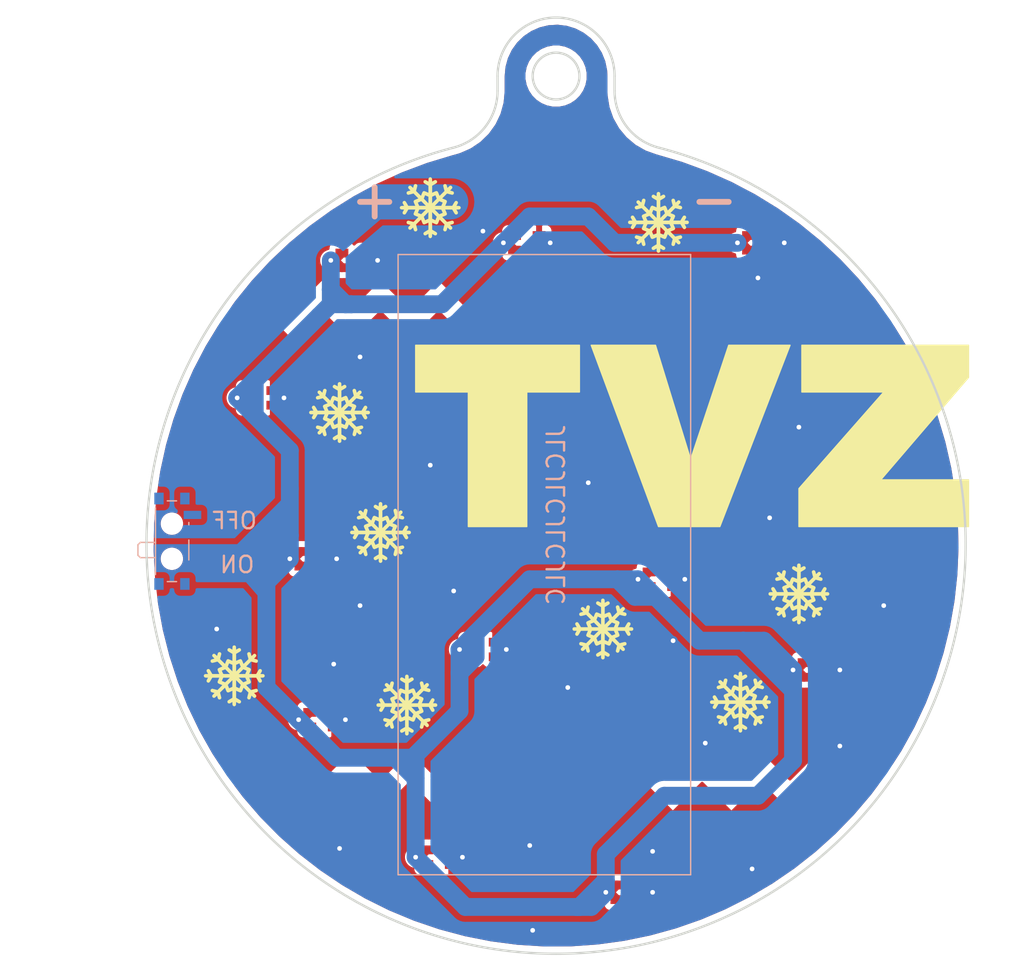
<source format=kicad_pcb>
(kicad_pcb (version 20171130) (host pcbnew "(5.1.10)-1")
  (layers (0 F.Cu signal) (31 B.Cu signal) (34 B.Paste user) (35 F.Paste user) (36 B.SilkS user) (37 F.SilkS user) (38 B.Mask user) (39 F.Mask user) (44 Edge.Cuts user))
  (net 0 "")
  (net 1 "Net-(D1-Pad1)")
  (net 2 "Net-(SW1-Pad3)")
  (net 3 VCC)
  (net 4 GND)
  (module TVZ_kuglica:ukras1 (layer F.Cu) (at 145.75 72.5)
    (fp_text reference G*** hide)
    (fp_text value LOGO hide)
  )
  (module TVZ_kuglica:ukras3 (layer F.Cu) (at 137 68.75)
    (fp_text reference G*** hide)
    (fp_text value LOGO hide)
  )
  (module TVZ_kuglica:ukras1 (layer F.Cu) (at 152.75 113.5)
    (fp_text reference G*** hide)
    (fp_text value LOGO hide)
  )
  (module TVZ_kuglica:ukras1 (layer F.Cu) (at 157.75 104.25)
    (fp_text reference G*** hide)
    (fp_text value LOGO hide)
  )
  (module TVZ_kuglica:ukras1 (layer F.Cu) (at 141 107.25)
    (fp_text reference G*** hide)
    (fp_text value LOGO hide)
  )
  (module TVZ_kuglica:ukras1 (layer F.Cu) (at 124.25 113.75)
    (fp_text reference G*** hide)
    (fp_text value LOGO hide)
  )
  (module TVZ_kuglica:ukras1 (layer F.Cu) (at 109.5 111.25)
    (fp_text reference G*** hide)
    (fp_text value LOGO hide)
  )
  (module TVZ_kuglica:ukras1 (layer F.Cu) (at 122 99)
    (fp_text reference G*** hide)
    (fp_text value LOGO hide)
  )
  (module TVZ_kuglica:ukras1 (layer F.Cu) (at 118.5 88.75)
    (fp_text reference G*** hide)
    (fp_text value LOGO hide)
  )
  (module TVZ_kuglica:ukras1 (layer F.Cu) (at 126.25 71.25)
    (fp_text reference G*** hide)
    (fp_text value LOGO hide)
  )
  (module TVZ_kuglica:BAT-2xAAA-horizontalni_padovi (layer B.Cu) (at 136.5 101.75)
    (fp_text reference BT1 hide)
    (fp_text value 2xAAA)
    (pad 1 smd oval (at -10 -31 90) (size 3 6) (layers B.Cu B.Paste B.Mask) (net 3 VCC))
    (pad 2 smd oval (at 9 -31 270) (size 3 6) (layers B.Cu B.Paste B.Mask) (net 4 GND))
  )
  (module Button_Switch_SMD:SW_SPDT_PCM12 (layer B.Cu) (at 104.5 99.75 90)
    (fp_text reference SW1 hide)
    (fp_text value SW_SPDT)
    (pad "" np_thru_hole circle (at -1.5 -0.33 90) (size 0.9 0.9) (drill 0.9) (layers *.Cu *.Mask))
    (pad "" np_thru_hole circle (at 1.5 -0.33 90) (size 0.9 0.9) (drill 0.9) (layers *.Cu *.Mask))
    (pad 1 smd rect (at -2.25 1.43 90) (size 0.7 1.5) (layers B.Cu B.Paste B.Mask) (net 1 "Net-(D1-Pad1)"))
    (pad 2 smd rect (at 0.75 1.43 90) (size 0.7 1.5) (layers B.Cu B.Paste B.Mask) (net 3 VCC))
    (pad 3 smd rect (at 2.25 1.43 90) (size 0.7 1.5) (layers B.Cu B.Paste B.Mask) (net 2 "Net-(SW1-Pad3)"))
    (pad "" smd rect (at -3.65 -1.43 90) (size 1 0.8) (layers B.Cu B.Paste B.Mask))
    (pad "" smd rect (at 3.65 -1.43 90) (size 1 0.8) (layers B.Cu B.Paste B.Mask))
    (pad "" smd rect (at 3.65 0.78 90) (size 1 0.8) (layers B.Cu B.Paste B.Mask))
    (pad "" smd rect (at -3.65 0.78 90) (size 1 0.8) (layers B.Cu B.Paste B.Mask))
  )
  (module TVZ_kuglica:LED-0807 (layer F.Cu) (at 111.75 87.5)
    (fp_text reference D1 hide)
    (fp_text value RGB)
    (pad 1 smd rect (at -1.05 -0.625) (size 1.1 0.75) (layers F.Cu F.Paste F.Mask) (net 1 "Net-(D1-Pad1)"))
    (pad 2 smd rect (at 1.05 -0.625) (size 1.1 0.75) (layers F.Cu F.Paste F.Mask) (net 4 GND))
    (pad 1 smd rect (at -1.05 0.625) (size 1.1 0.75) (layers F.Cu F.Paste F.Mask) (net 1 "Net-(D1-Pad1)"))
    (pad 2 smd rect (at 1.05 0.625) (size 1.1 0.75) (layers F.Cu F.Paste F.Mask) (net 4 GND))
  )
  (module TVZ_kuglica:LED-0807 (layer F.Cu) (at 119.75 75.75)
    (fp_text reference D2 hide)
    (fp_text value RGB)
    (pad 2 smd rect (at 1.05 0.625) (size 1.1 0.75) (layers F.Cu F.Paste F.Mask) (net 4 GND))
    (pad 1 smd rect (at -1.05 0.625) (size 1.1 0.75) (layers F.Cu F.Paste F.Mask) (net 1 "Net-(D1-Pad1)"))
    (pad 2 smd rect (at 1.05 -0.625) (size 1.1 0.75) (layers F.Cu F.Paste F.Mask) (net 4 GND))
    (pad 1 smd rect (at -1.05 -0.625) (size 1.1 0.75) (layers F.Cu F.Paste F.Mask) (net 1 "Net-(D1-Pad1)"))
  )
  (module TVZ_kuglica:LED-0807 (layer F.Cu) (at 154.5 74.25)
    (fp_text reference D3 hide)
    (fp_text value RGB)
    (pad 1 smd rect (at -1.05 -0.625) (size 1.1 0.75) (layers F.Cu F.Paste F.Mask) (net 1 "Net-(D1-Pad1)"))
    (pad 2 smd rect (at 1.05 -0.625) (size 1.1 0.75) (layers F.Cu F.Paste F.Mask) (net 4 GND))
    (pad 1 smd rect (at -1.05 0.625) (size 1.1 0.75) (layers F.Cu F.Paste F.Mask) (net 1 "Net-(D1-Pad1)"))
    (pad 2 smd rect (at 1.05 0.625) (size 1.1 0.75) (layers F.Cu F.Paste F.Mask) (net 4 GND))
  )
  (module TVZ_kuglica:LED-0807 (layer F.Cu) (at 130.75 109)
    (fp_text reference D4 hide)
    (fp_text value RGB)
    (pad 2 smd rect (at 1.05 0.625) (size 1.1 0.75) (layers F.Cu F.Paste F.Mask) (net 4 GND))
    (pad 1 smd rect (at -1.05 0.625) (size 1.1 0.75) (layers F.Cu F.Paste F.Mask) (net 1 "Net-(D1-Pad1)"))
    (pad 2 smd rect (at 1.05 -0.625) (size 1.1 0.75) (layers F.Cu F.Paste F.Mask) (net 4 GND))
    (pad 1 smd rect (at -1.05 -0.625) (size 1.1 0.75) (layers F.Cu F.Paste F.Mask) (net 1 "Net-(D1-Pad1)"))
  )
  (module TVZ_kuglica:LED-0807 (layer F.Cu) (at 117 115)
    (fp_text reference D5 hide)
    (fp_text value RGB)
    (pad 1 smd rect (at -1.05 -0.625) (size 1.1 0.75) (layers F.Cu F.Paste F.Mask) (net 1 "Net-(D1-Pad1)"))
    (pad 2 smd rect (at 1.05 -0.625) (size 1.1 0.75) (layers F.Cu F.Paste F.Mask) (net 4 GND))
    (pad 1 smd rect (at -1.05 0.625) (size 1.1 0.75) (layers F.Cu F.Paste F.Mask) (net 1 "Net-(D1-Pad1)"))
    (pad 2 smd rect (at 1.05 0.625) (size 1.1 0.75) (layers F.Cu F.Paste F.Mask) (net 4 GND))
  )
  (module TVZ_kuglica:LED-0807 (layer F.Cu) (at 116.25 101.25)
    (fp_text reference D6 hide)
    (fp_text value RGB)
    (pad 2 smd rect (at 1.05 0.625) (size 1.1 0.75) (layers F.Cu F.Paste F.Mask) (net 4 GND))
    (pad 1 smd rect (at -1.05 0.625) (size 1.1 0.75) (layers F.Cu F.Paste F.Mask) (net 1 "Net-(D1-Pad1)"))
    (pad 2 smd rect (at 1.05 -0.625) (size 1.1 0.75) (layers F.Cu F.Paste F.Mask) (net 4 GND))
    (pad 1 smd rect (at -1.05 -0.625) (size 1.1 0.75) (layers F.Cu F.Paste F.Mask) (net 1 "Net-(D1-Pad1)"))
  )
  (module TVZ_kuglica:LED-0807 (layer F.Cu) (at 143.25 129.75)
    (fp_text reference D7 hide)
    (fp_text value RGB)
    (pad 1 smd rect (at -1.05 -0.625) (size 1.1 0.75) (layers F.Cu F.Paste F.Mask) (net 1 "Net-(D1-Pad1)"))
    (pad 2 smd rect (at 1.05 -0.625) (size 1.1 0.75) (layers F.Cu F.Paste F.Mask) (net 4 GND))
    (pad 1 smd rect (at -1.05 0.625) (size 1.1 0.75) (layers F.Cu F.Paste F.Mask) (net 1 "Net-(D1-Pad1)"))
    (pad 2 smd rect (at 1.05 0.625) (size 1.1 0.75) (layers F.Cu F.Paste F.Mask) (net 4 GND))
  )
  (module TVZ_kuglica:LED-0807 (layer F.Cu) (at 159.25 110.75)
    (fp_text reference D8 hide)
    (fp_text value RGB)
    (pad 2 smd rect (at 1.05 0.625) (size 1.1 0.75) (layers F.Cu F.Paste F.Mask) (net 4 GND))
    (pad 1 smd rect (at -1.05 0.625) (size 1.1 0.75) (layers F.Cu F.Paste F.Mask) (net 1 "Net-(D1-Pad1)"))
    (pad 2 smd rect (at 1.05 -0.625) (size 1.1 0.75) (layers F.Cu F.Paste F.Mask) (net 4 GND))
    (pad 1 smd rect (at -1.05 -0.625) (size 1.1 0.75) (layers F.Cu F.Paste F.Mask) (net 1 "Net-(D1-Pad1)"))
  )
  (module TVZ_kuglica:LED-0807 (layer F.Cu) (at 134.5 74.25)
    (fp_text reference D9 hide)
    (fp_text value RGB)
    (pad 1 smd rect (at -1.05 -0.625) (size 1.1 0.75) (layers F.Cu F.Paste F.Mask) (net 1 "Net-(D1-Pad1)"))
    (pad 2 smd rect (at 1.05 -0.625) (size 1.1 0.75) (layers F.Cu F.Paste F.Mask) (net 4 GND))
    (pad 1 smd rect (at -1.05 0.625) (size 1.1 0.75) (layers F.Cu F.Paste F.Mask) (net 1 "Net-(D1-Pad1)"))
    (pad 2 smd rect (at 1.05 0.625) (size 1.1 0.75) (layers F.Cu F.Paste F.Mask) (net 4 GND))
  )
  (module TVZ_kuglica:LED-0807 (layer F.Cu) (at 146 103)
    (fp_text reference D10 hide)
    (fp_text value RGB)
    (pad 2 smd rect (at 1.05 0.625) (size 1.1 0.75) (layers F.Cu F.Paste F.Mask) (net 4 GND))
    (pad 1 smd rect (at -1.05 0.625) (size 1.1 0.75) (layers F.Cu F.Paste F.Mask) (net 1 "Net-(D1-Pad1)"))
    (pad 2 smd rect (at 1.05 -0.625) (size 1.1 0.75) (layers F.Cu F.Paste F.Mask) (net 4 GND))
    (pad 1 smd rect (at -1.05 -0.625) (size 1.1 0.75) (layers F.Cu F.Paste F.Mask) (net 1 "Net-(D1-Pad1)"))
  )
  (module TVZ_kuglica:LED-0807 (layer F.Cu) (at 127 126.75)
    (fp_text reference D11 hide)
    (fp_text value RGB)
    (pad 1 smd rect (at -1.05 -0.625) (size 1.1 0.75) (layers F.Cu F.Paste F.Mask) (net 1 "Net-(D1-Pad1)"))
    (pad 2 smd rect (at 1.05 -0.625) (size 1.1 0.75) (layers F.Cu F.Paste F.Mask) (net 4 GND))
    (pad 1 smd rect (at -1.05 0.625) (size 1.1 0.75) (layers F.Cu F.Paste F.Mask) (net 1 "Net-(D1-Pad1)"))
    (pad 2 smd rect (at 1.05 0.625) (size 1.1 0.75) (layers F.Cu F.Paste F.Mask) (net 4 GND))
  )
  (gr_poly (pts (xy 172.25 85.75) (xy 164.75 94.5) (xy 172.25 94.5) (xy 172.25 98.5) (xy 157.75 98.5) (xy 157.75 95.25) (xy 165 87) (xy 158 87) (xy 158 83) (xy 172.25 83)) (layer F.SilkS) (width 0.1))
  (gr_poly (pts (xy 148.5 92.75) (xy 151.75 83) (xy 157 83) (xy 151 98.5) (xy 145.75 98.5) (xy 140 83) (xy 145.5 83)) (layer F.SilkS) (width 0.1))
  (gr_poly (pts (xy 139 87) (xy 134.5 87) (xy 134.5 98.5) (xy 129.5 98.5) (xy 129.5 87) (xy 125 87) (xy 125 83) (xy 139 83)) (layer F.SilkS) (width 0.1))
  (gr_line (start 132 61.270167) (end 132 60) (layer Edge.Cuts) (width 0.2))
  (gr_arc (start 147 61.270167) (end 142 61.270167) (angle -75.52248781) (layer Edge.Cuts) (width 0.2))
  (gr_arc (start 137 60) (end 142 60) (angle -180) (layer Edge.Cuts) (width 0.2))
  (gr_arc (start 137 100) (end 128.249999 66.111396) (angle -331.0449756) (layer Edge.Cuts) (width 0.2))
  (gr_arc (start 126.999999 61.270167) (end 128.249999 66.111396) (angle -75.52248781) (layer Edge.Cuts) (width 0.2))
  (gr_line (start 142 60) (end 142 61.270167) (layer Edge.Cuts) (width 0.2))
  (gr_text ON (at 109.75 101.75) (layer B.SilkS) (effects (font (size 1.4 1.4) (thickness 0.2)) (justify mirror)))
  (gr_text OFF (at 109.5 98) (layer B.SilkS) (effects (font (size 1.4 1.4) (thickness 0.2)) (justify mirror)))
  (gr_text JLCJLCJLCJLC (at 137 97.5 90) (layer B.SilkS) (effects (font (size 1.5 1.5) (thickness 0.2)) (justify mirror)))
  (gr_circle (center 137 60) (end 139 60) (layer Edge.Cuts) (width 0.2))
  (via (at 118.5 126) (size 0.8) (drill 0.4) (layers F.Cu B.Cu) (net 4))
  (via (at 134.75 125.75) (size 0.8) (drill 0.4) (layers F.Cu B.Cu) (net 4))
  (via (at 135 133) (size 0.8) (drill 0.4) (layers F.Cu B.Cu) (net 4))
  (via (at 145.25 126.25) (size 0.8) (drill 0.4) (layers F.Cu B.Cu) (net 4))
  (via (at 153.75 127.75) (size 0.8) (drill 0.4) (layers F.Cu B.Cu) (net 4))
  (via (at 144 103) (size 0.8) (drill 0.4) (layers F.Cu B.Cu) (net 1))
  (via (at 157.25 110.75) (size 0.8) (drill 0.4) (layers F.Cu B.Cu) (net 1))
  (via (at 141.25 129.75) (size 0.8) (drill 0.4) (layers F.Cu B.Cu) (net 1))
  (via (at 109.75 87.5) (size 0.8) (drill 0.4) (layers F.Cu B.Cu) (net 1))
  (via (at 117.75 75.75) (size 0.8) (drill 0.4) (layers F.Cu B.Cu) (net 1))
  (via (at 132.5 74.25) (size 0.8) (drill 0.4) (layers F.Cu B.Cu) (net 1))
  (via (at 152.5 74.25) (size 0.8) (drill 0.4) (layers F.Cu B.Cu) (net 1))
  (via (at 128.75 109) (size 0.8) (drill 0.4) (layers F.Cu B.Cu) (net 1))
  (via (at 114.25 101.25) (size 0.8) (drill 0.4) (layers F.Cu B.Cu) (net 1))
  (via (at 115 115) (size 0.8) (drill 0.4) (layers F.Cu B.Cu) (net 1))
  (segment (start 115.325 115) (end 115.95 114.375) (width 0.762) (layer F.Cu) (net 1))
  (segment (start 115.325 115) (end 115.95 115.625) (width 0.762) (layer F.Cu) (net 1))
  (segment (start 115 115) (end 115.325 115) (width 0.762) (layer F.Cu) (net 1))
  (segment (start 114.575 101.25) (end 115.2 100.625) (width 0.762) (layer F.Cu) (net 1))
  (segment (start 114.575 101.25) (end 115.2 101.875) (width 0.762) (layer F.Cu) (net 1))
  (segment (start 114.25 101.25) (end 114.575 101.25) (width 0.762) (layer F.Cu) (net 1))
  (segment (start 129.075 109) (end 129.7 109.625) (width 0.762) (layer F.Cu) (net 1))
  (segment (start 129.075 109) (end 129.7 108.375) (width 0.762) (layer F.Cu) (net 1))
  (segment (start 128.75 109) (end 129.075 109) (width 0.762) (layer F.Cu) (net 1))
  (segment (start 152.825 74.25) (end 153.45 74.875) (width 0.762) (layer F.Cu) (net 1))
  (segment (start 152.825 74.25) (end 153.45 73.625) (width 0.762) (layer F.Cu) (net 1))
  (segment (start 157.575 110.75) (end 158.2 110.125) (width 0.762) (layer F.Cu) (net 1))
  (segment (start 157.575 110.75) (end 158.2 111.375) (width 0.762) (layer F.Cu) (net 1))
  (segment (start 157.25 110.75) (end 157.575 110.75) (width 0.762) (layer F.Cu) (net 1))
  (segment (start 144.325 103) (end 144.95 102.375) (width 0.762) (layer F.Cu) (net 1))
  (segment (start 144.325 103) (end 144.95 103.625) (width 0.762) (layer F.Cu) (net 1))
  (segment (start 144 103) (end 144.325 103) (width 0.762) (layer F.Cu) (net 1))
  (segment (start 110.075 87.5) (end 110.7 86.875) (width 0.762) (layer F.Cu) (net 1))
  (segment (start 110.075 87.5) (end 110.7 88.125) (width 0.762) (layer F.Cu) (net 1))
  (segment (start 109.75 87.5) (end 110.075 87.5) (width 0.762) (layer F.Cu) (net 1))
  (segment (start 118.075 75.75) (end 118.7 75.125) (width 0.762) (layer F.Cu) (net 1))
  (segment (start 118.075 75.75) (end 118.7 76.375) (width 0.762) (layer F.Cu) (net 1))
  (segment (start 117.75 75.75) (end 118.075 75.75) (width 0.762) (layer F.Cu) (net 1))
  (segment (start 132.825 74.25) (end 133.45 73.625) (width 0.762) (layer F.Cu) (net 1))
  (segment (start 132.825 74.25) (end 133.45 74.875) (width 0.762) (layer F.Cu) (net 1))
  (segment (start 141.575 129.75) (end 142.2 130.375) (width 0.762) (layer F.Cu) (net 1))
  (segment (start 141.575 129.75) (end 142.2 129.125) (width 0.762) (layer F.Cu) (net 1))
  (segment (start 141.25 129.75) (end 141.575 129.75) (width 0.762) (layer F.Cu) (net 1))
  (segment (start 115 115) (end 112.25 112.25) (width 1.524) (layer B.Cu) (net 1))
  (segment (start 112.25 112.25) (end 112.25 103.25) (width 1.524) (layer B.Cu) (net 1))
  (segment (start 112.25 103.25) (end 114.25 101.25) (width 1.524) (layer B.Cu) (net 1))
  (segment (start 114.25 95.25) (end 114.25 92) (width 1.524) (layer B.Cu) (net 1))
  (segment (start 111.25 86) (end 111.375 85.875) (width 1.524) (layer B.Cu) (net 1))
  (segment (start 111.375 85.875) (end 116.75 80.5) (width 1.524) (layer B.Cu) (net 1))
  (segment (start 109.75 87.5) (end 111.375 85.875) (width 1.524) (layer B.Cu) (net 1))
  (segment (start 111.25 89) (end 111.25 86) (width 1.524) (layer B.Cu) (net 1))
  (segment (start 114.25 92) (end 111.25 89) (width 1.524) (layer B.Cu) (net 1))
  (segment (start 111.25 89) (end 109.75 87.5) (width 1.524) (layer B.Cu) (net 1))
  (segment (start 145.5 104.5) (end 143.75 104.5) (width 1.524) (layer B.Cu) (net 1))
  (segment (start 142.25 103) (end 134.75 103) (width 1.524) (layer B.Cu) (net 1))
  (segment (start 143.75 104.5) (end 142.25 103) (width 1.524) (layer B.Cu) (net 1))
  (segment (start 144 103) (end 142.25 103) (width 1.524) (layer B.Cu) (net 1))
  (segment (start 145.5 104.5) (end 144 103) (width 1.524) (layer B.Cu) (net 1))
  (segment (start 128.75 114.25) (end 124.75 118.25) (width 1.524) (layer B.Cu) (net 1))
  (segment (start 118.25 118.25) (end 115 115) (width 1.524) (layer B.Cu) (net 1))
  (segment (start 130.125 109.625) (end 128.75 111) (width 1.524) (layer B.Cu) (net 1))
  (segment (start 128.75 111) (end 128.75 114.25) (width 1.524) (layer B.Cu) (net 1))
  (segment (start 128.75 109) (end 128.75 111) (width 1.524) (layer B.Cu) (net 1))
  (segment (start 134.75 103) (end 130.125 107.625) (width 1.524) (layer B.Cu) (net 1))
  (segment (start 130.125 107.625) (end 130.125 109.625) (width 1.524) (layer B.Cu) (net 1))
  (segment (start 130.125 107.625) (end 128.75 109) (width 1.524) (layer B.Cu) (net 1))
  (segment (start 134.75 72) (end 132.5 74.25) (width 1.524) (layer B.Cu) (net 1))
  (segment (start 139.75 72) (end 134.75 72) (width 1.524) (layer B.Cu) (net 1))
  (segment (start 142 74.25) (end 139.75 72) (width 1.524) (layer B.Cu) (net 1))
  (segment (start 152.5 74.25) (end 142 74.25) (width 1.524) (layer B.Cu) (net 1))
  (segment (start 117.75 79.5) (end 116.75 80.5) (width 1.524) (layer B.Cu) (net 1))
  (segment (start 127.25 79.5) (end 132.5 74.25) (width 1.524) (layer B.Cu) (net 1))
  (segment (start 119 79.5) (end 117.75 78.25) (width 1.524) (layer B.Cu) (net 1))
  (segment (start 119.5 79.5) (end 119 79.5) (width 1.524) (layer B.Cu) (net 1))
  (segment (start 117.75 75.75) (end 117.75 78.25) (width 1.524) (layer B.Cu) (net 1))
  (segment (start 117.75 79.5) (end 119.5 79.5) (width 1.524) (layer B.Cu) (net 1))
  (segment (start 117.75 78.25) (end 117.75 79.5) (width 1.524) (layer B.Cu) (net 1))
  (segment (start 119.5 79.5) (end 127.25 79.5) (width 1.524) (layer B.Cu) (net 1))
  (segment (start 141.25 126.5) (end 146.25 121.5) (width 1.524) (layer B.Cu) (net 1))
  (segment (start 146.25 121.5) (end 154.25 121.5) (width 1.524) (layer B.Cu) (net 1))
  (segment (start 154.25 121.5) (end 157.25 118.5) (width 1.524) (layer B.Cu) (net 1))
  (segment (start 157.25 112.5) (end 157.25 110.75) (width 1.524) (layer B.Cu) (net 1))
  (segment (start 157.25 118.5) (end 157.25 112.5) (width 1.524) (layer B.Cu) (net 1))
  (segment (start 157.25 110.75) (end 154.75 108.25) (width 1.524) (layer B.Cu) (net 1))
  (segment (start 149.25 108.25) (end 147.75 106.75) (width 1.524) (layer B.Cu) (net 1))
  (segment (start 147.75 106.75) (end 145.5 104.5) (width 1.524) (layer B.Cu) (net 1))
  (segment (start 157.25 112.5) (end 153 108.25) (width 1.524) (layer B.Cu) (net 1))
  (segment (start 153 108.25) (end 149.25 108.25) (width 1.524) (layer B.Cu) (net 1))
  (segment (start 154.75 108.25) (end 153 108.25) (width 1.524) (layer B.Cu) (net 1))
  (segment (start 112.25 101.25) (end 114.25 99.25) (width 1.524) (layer B.Cu) (net 1))
  (segment (start 112.25 103.25) (end 112.25 101.25) (width 1.524) (layer B.Cu) (net 1))
  (segment (start 114.25 99.25) (end 114.25 95.25) (width 1.524) (layer B.Cu) (net 1))
  (segment (start 114.25 101.25) (end 114.25 99.25) (width 1.524) (layer B.Cu) (net 1))
  (segment (start 105.93 99) (end 108.75 99) (width 0.762) (layer B.Cu) (net 3))
  (segment (start 108.75 99) (end 109.75 98) (width 0.762) (layer B.Cu) (net 3))
  (segment (start 109.75 98) (end 109.75 94) (width 0.762) (layer B.Cu) (net 3))
  (segment (start 109.75 94) (end 107.25 91.5) (width 0.762) (layer B.Cu) (net 3))
  (segment (start 107.25 91.5) (end 107.25 86) (width 0.762) (layer B.Cu) (net 3))
  (segment (start 107.25 86) (end 113.5 79.75) (width 0.762) (layer B.Cu) (net 3))
  (segment (start 113.5 79.75) (end 113.5 77) (width 0.762) (layer B.Cu) (net 3))
  (segment (start 119.75 70.75) (end 126.5 70.75) (width 0.762) (layer B.Cu) (net 3))
  (segment (start 113.5 77) (end 119.75 70.75) (width 0.762) (layer B.Cu) (net 3))
  (via (at 154.25 77.25) (size 0.8) (drill 0.4) (layers F.Cu B.Cu) (net 4))
  (via (at 130.75 73.25) (size 0.8) (drill 0.4) (layers F.Cu B.Cu) (net 4))
  (via (at 120.25 84) (size 0.8) (drill 0.4) (layers F.Cu B.Cu) (net 4))
  (via (at 126.25 93.25) (size 0.8) (drill 0.4) (layers F.Cu B.Cu) (net 4))
  (via (at 120.25 105.25) (size 0.8) (drill 0.4) (layers F.Cu B.Cu) (net 4))
  (via (at 128.25 104) (size 0.8) (drill 0.4) (layers F.Cu B.Cu) (net 4))
  (via (at 108 107.25) (size 0.8) (drill 0.4) (layers F.Cu B.Cu) (net 4))
  (via (at 118 110.25) (size 0.8) (drill 0.4) (layers F.Cu B.Cu) (net 4))
  (via (at 138 112.25) (size 0.8) (drill 0.4) (layers F.Cu B.Cu) (net 4))
  (via (at 149.75 117) (size 0.8) (drill 0.4) (layers F.Cu B.Cu) (net 4))
  (via (at 147 108.25) (size 0.8) (drill 0.4) (layers F.Cu B.Cu) (net 4))
  (via (at 165 105.25) (size 0.8) (drill 0.4) (layers F.Cu B.Cu) (net 4))
  (via (at 161.25 117.25) (size 0.8) (drill 0.4) (layers F.Cu B.Cu) (net 4))
  (via (at 155.25 97.75) (size 0.8) (drill 0.4) (layers F.Cu B.Cu) (net 4))
  (via (at 157.75 90) (size 0.8) (drill 0.4) (layers F.Cu B.Cu) (net 4))
  (via (at 139.75 94.75) (size 0.8) (drill 0.4) (layers F.Cu B.Cu) (net 4))
  (via (at 161.25 110.75) (size 0.8) (drill 0.4) (layers F.Cu B.Cu) (net 4))
  (via (at 132.75 109) (size 0.8) (drill 0.4) (layers F.Cu B.Cu) (net 4))
  (via (at 148 103) (size 0.8) (drill 0.4) (layers F.Cu B.Cu) (net 4))
  (via (at 119 115) (size 0.8) (drill 0.4) (layers F.Cu B.Cu) (net 4))
  (via (at 118.25 101.25) (size 0.8) (drill 0.4) (layers F.Cu B.Cu) (net 4))
  (via (at 145.25 129.75) (size 0.8) (drill 0.4) (layers F.Cu B.Cu) (net 4))
  (via (at 113.75 87.5) (size 0.8) (drill 0.4) (layers F.Cu B.Cu) (net 4))
  (via (at 136.5 74.25) (size 0.8) (drill 0.4) (layers F.Cu B.Cu) (net 4))
  (via (at 156.5 74.25) (size 0.8) (drill 0.4) (layers F.Cu B.Cu) (net 4))
  (via (at 121.75 75.75) (size 0.8) (drill 0.4) (layers F.Cu B.Cu) (net 4))
  (via (at 125 126.75) (size 0.8) (drill 0.4) (layers F.Cu B.Cu) (net 1))
  (segment (start 125.325 126.75) (end 125.95 126.125) (width 0.762) (layer F.Cu) (net 1))
  (segment (start 125.325 126.75) (end 125.95 127.375) (width 0.762) (layer F.Cu) (net 1))
  (segment (start 125 126.75) (end 125.325 126.75) (width 0.762) (layer F.Cu) (net 1))
  (segment (start 125 118.5) (end 124.75 118.25) (width 1.524) (layer B.Cu) (net 1))
  (segment (start 123.25 118.25) (end 125 120) (width 1.524) (layer B.Cu) (net 1))
  (segment (start 125 120) (end 125 118.5) (width 1.524) (layer B.Cu) (net 1))
  (segment (start 124.75 118.25) (end 123.25 118.25) (width 1.524) (layer B.Cu) (net 1))
  (segment (start 125 126.75) (end 125 120) (width 1.524) (layer B.Cu) (net 1))
  (segment (start 123.25 118.25) (end 118.25 118.25) (width 1.524) (layer B.Cu) (net 1))
  (segment (start 141.25 129.75) (end 140 131) (width 1.524) (layer B.Cu) (net 1))
  (segment (start 129.25 131) (end 125 126.75) (width 1.524) (layer B.Cu) (net 1))
  (segment (start 138.75 131) (end 139 131) (width 1.524) (layer B.Cu) (net 1))
  (segment (start 139 131) (end 141.25 128.75) (width 1.524) (layer B.Cu) (net 1))
  (segment (start 141.25 128.75) (end 141.25 126.5) (width 1.524) (layer B.Cu) (net 1))
  (segment (start 141.25 129.75) (end 141.25 128.75) (width 1.524) (layer B.Cu) (net 1))
  (segment (start 140 131) (end 138.75 131) (width 1.524) (layer B.Cu) (net 1))
  (segment (start 138.75 131) (end 129.25 131) (width 1.524) (layer B.Cu) (net 1))
  (via (at 129 126.75) (size 0.8) (drill 0.4) (layers F.Cu B.Cu) (net 4))
  (zone (net 4) (net_name GND) (layer F.Cu) (connect_pads (clearance 0.508)) (min_thickness 0.254) (fill yes (arc_segments 32) (thermal_gap 0.508) (thermal_bridge_width 0.508))
    (polygon (pts (xy 175.75 53.5) (xy 175.75 136.5) (xy 99.25 136.5) (xy 99.25 53.75)))
  )
  (zone (net 4) (net_name GND) (layer B.Cu) (connect_pads yes (clearance 0.508)) (min_thickness 0.254) (fill yes (arc_segments 32) (thermal_gap 0.508) (thermal_bridge_width 0.508))
    (polygon (pts (xy 175.75 53.5) (xy 175.75 136.5) (xy 99.25 136.5) (xy 99.25 53.75)))
  )
  (zone (net 3) (net_name VCC) (layer B.Cu) (priority 1) (connect_pads yes (clearance 0.508)) (min_thickness 0.254) (fill yes (arc_segments 32) (thermal_gap 0.508) (thermal_bridge_width 0.508))
    (polygon (pts (xy 125 72.25) (xy 122 72.25) (xy 116.75 76.75) (xy 116.5 80.75) (xy 111 86.25) (xy 110.75 88.25) (xy 113.75 91.5) (xy 113.75 96) (xy 109.75 100) (xy 101.25 100) (xy 101.25 69.25) (xy 125 69.25)))
  )
  (zone (net 1) (net_name "Net-(D1-Pad1)") (layer B.Cu) (priority 2) (connect_pads yes (clearance 0.508)) (min_thickness 0.254) (fill yes (arc_segments 32) (thermal_gap 0.508) (thermal_bridge_width 0.508))
    (polygon (pts (xy 114.25 101.25) (xy 112.25 103.25) (xy 112.25 105.25) (xy 110.5 103.25) (xy 101.25 103.25) (xy 101.25 100) (xy 109.75 100) (xy 114.25 95.5)))
  )
  (zone (net 0) (net_name "") (layer F.Cu) (connect_pads (clearance 0.508)) (min_thickness 0.254)
    (keepout (tracks not_allowed) (vias not_allowed) (copperpour not_allowed))
    (fill (arc_segments 32) (thermal_gap 0.508) (thermal_bridge_width 0.508))
    (polygon (pts (xy 154.5 80) (xy 157 77.5) (xy 159.5 80) (xy 162 77.5) (xy 164.5 80) (xy 167 77.5) (xy 169.5 77.5) (xy 164.5 82.5) (xy 162 80) (xy 159.5 82.5) (xy 157 80) (xy 154.5 82.5) (xy 150.75 78.75) (xy 152 77.5)))
  )
  (zone (net 0) (net_name "") (layer F.Cu) (connect_pads (clearance 0.508)) (min_thickness 0.254)
    (keepout (tracks not_allowed) (vias not_allowed) (copperpour not_allowed))
    (fill (arc_segments 32) (thermal_gap 0.508) (thermal_bridge_width 0.508))
    (polygon (pts (xy 139.482986 80) (xy 141.982986 77.5) (xy 144.482986 80) (xy 146.982986 77.5) (xy 149.482986 80) (xy 151.982986 77.5) (xy 153.25 78.75) (xy 149.482986 82.5) (xy 146.982986 80) (xy 144.482986 82.5) (xy 141.982986 80) (xy 139.482986 82.5) (xy 135.75 78.75) (xy 136.982986 77.5)))
  )
  (zone (net 0) (net_name "") (layer F.Cu) (connect_pads (clearance 0.508)) (min_thickness 0.254)
    (keepout (tracks not_allowed) (vias not_allowed) (copperpour not_allowed))
    (fill (arc_segments 32) (thermal_gap 0.508) (thermal_bridge_width 0.508))
    (polygon (pts (xy 124.482986 80) (xy 126.982986 77.5) (xy 129.482986 80) (xy 131.982986 77.5) (xy 134.482986 80) (xy 136.982986 77.5) (xy 138.25 78.75) (xy 134.482986 82.5) (xy 131.982986 80) (xy 129.482986 82.5) (xy 126.982986 80) (xy 124.482986 82.5) (xy 120.75 78.75) (xy 121.982986 77.5)))
  )
  (zone (net 0) (net_name "") (layer F.Cu) (connect_pads (clearance 0.508)) (min_thickness 0.254)
    (keepout (tracks not_allowed) (vias not_allowed) (copperpour not_allowed))
    (fill (arc_segments 32) (thermal_gap 0.508) (thermal_bridge_width 0.508))
    (polygon (pts (xy 109.482986 80) (xy 111.982986 77.5) (xy 114.482986 80) (xy 116.982986 77.5) (xy 119.482986 80) (xy 121.982986 77.5) (xy 123.25 78.75) (xy 119.482986 82.5) (xy 116.982986 80) (xy 114.482986 82.5) (xy 111.982986 80) (xy 109.482986 82.5) (xy 105.75 78.75) (xy 106.982986 77.5)))
  )
  (zone (net 0) (net_name "") (layer F.Cu) (connect_pads (clearance 0.508)) (min_thickness 0.254)
    (keepout (tracks not_allowed) (vias not_allowed) (copperpour not_allowed))
    (fill (arc_segments 32) (thermal_gap 0.508) (thermal_bridge_width 0.508))
    (polygon (pts (xy 94.482986 80) (xy 96.982986 77.5) (xy 99.482986 80) (xy 101.982986 77.5) (xy 104.482986 80) (xy 106.982986 77.5) (xy 108.25 78.75) (xy 104.482986 82.5) (xy 101.982986 80) (xy 99.482986 82.5) (xy 96.982986 80) (xy 94.482986 82.5) (xy 89.482986 77.5) (xy 91.982986 77.5)))
  )
  (zone (net 0) (net_name "") (layer F.Cu) (connect_pads (clearance 0.508)) (min_thickness 0.254)
    (keepout (tracks not_allowed) (vias not_allowed) (copperpour not_allowed))
    (fill (arc_segments 32) (thermal_gap 0.508) (thermal_bridge_width 0.508))
    (polygon (pts (xy 146.982986 120.25) (xy 149.482986 117.75) (xy 151.982986 120.25) (xy 154.482986 117.75) (xy 156.982986 120.25) (xy 159.482986 117.75) (xy 160.75 119) (xy 156.982986 122.75) (xy 154.482986 120.25) (xy 151.982986 122.75) (xy 149.482986 120.25) (xy 146.982986 122.75) (xy 143.25 119) (xy 144.482986 117.75)))
  )
  (zone (net 0) (net_name "") (layer F.Cu) (connect_pads (clearance 0.508)) (min_thickness 0.254)
    (keepout (tracks not_allowed) (vias not_allowed) (copperpour not_allowed))
    (fill (arc_segments 32) (thermal_gap 0.508) (thermal_bridge_width 0.508))
    (polygon (pts (xy 162 120.25) (xy 164.5 117.75) (xy 167 120.25) (xy 169.5 117.75) (xy 172 120.25) (xy 174.5 117.75) (xy 177 117.75) (xy 172 122.75) (xy 169.5 120.25) (xy 167 122.75) (xy 164.5 120.25) (xy 162 122.75) (xy 158.25 119) (xy 159.5 117.75)))
  )
  (zone (net 0) (net_name "") (layer F.Cu) (connect_pads (clearance 0.508)) (min_thickness 0.254)
    (keepout (tracks not_allowed) (vias not_allowed) (copperpour not_allowed))
    (fill (arc_segments 32) (thermal_gap 0.508) (thermal_bridge_width 0.508))
    (polygon (pts (xy 116.982986 120.25) (xy 119.482986 117.75) (xy 121.982986 120.25) (xy 124.482986 117.75) (xy 126.982986 120.25) (xy 129.482986 117.75) (xy 130.75 119) (xy 126.982986 122.75) (xy 124.482986 120.25) (xy 121.982986 122.75) (xy 119.482986 120.25) (xy 116.982986 122.75) (xy 113.25 119) (xy 114.482986 117.75)))
  )
  (zone (net 0) (net_name "") (layer F.Cu) (connect_pads (clearance 0.508)) (min_thickness 0.254)
    (keepout (tracks not_allowed) (vias not_allowed) (copperpour not_allowed))
    (fill (arc_segments 32) (thermal_gap 0.508) (thermal_bridge_width 0.508))
    (polygon (pts (xy 131.982986 120.25) (xy 134.482986 117.75) (xy 136.982986 120.25) (xy 139.482986 117.75) (xy 141.982986 120.25) (xy 144.482986 117.75) (xy 145.75 119) (xy 141.982986 122.75) (xy 139.482986 120.25) (xy 136.982986 122.75) (xy 134.482986 120.25) (xy 131.982986 122.75) (xy 128.25 119) (xy 129.482986 117.75)))
  )
  (zone (net 0) (net_name "") (layer F.Cu) (connect_pads (clearance 0.508)) (min_thickness 0.254)
    (keepout (tracks not_allowed) (vias not_allowed) (copperpour not_allowed))
    (fill (arc_segments 32) (thermal_gap 0.508) (thermal_bridge_width 0.508))
    (polygon (pts (xy 101.982986 120.25) (xy 104.482986 117.75) (xy 106.982986 120.25) (xy 109.482986 117.75) (xy 111.982986 120.25) (xy 114.482986 117.75) (xy 115.75 119) (xy 111.982986 122.75) (xy 109.482986 120.25) (xy 106.982986 122.75) (xy 104.482986 120.25) (xy 101.982986 122.75) (xy 96.982986 117.75) (xy 99.482986 117.75)))
  )
)
</source>
